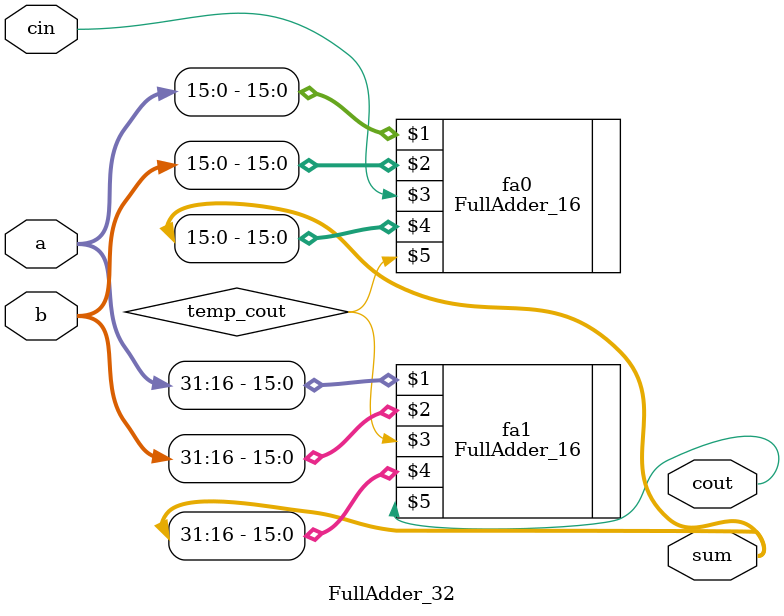
<source format=sv>
module FullAdder_32 (input logic [31:0] a, b, 
                     input logic cin,
                     output [31:0] sum, 
                     output cout
);

    logic temp_cout;

    FullAdder_16 fa0 (a[15:0], b[15:0], cin, sum[15:0], temp_cout);
    FullAdder_16 fa1 (a[31:16], b[31:16], temp_cout, sum[31:16], cout);

endmodule






</source>
